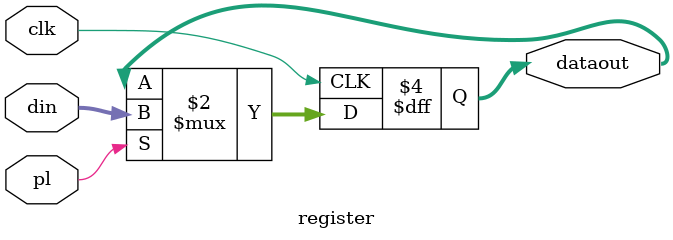
<source format=sv>
module register(clk,pl,din,dataout);
  input clk,pl;
  input [7:0] din;
  output reg [7:0] dataout;
    
    always @(posedge clk)
      if(pl)
        dataout <= din;
          
endmodule
</source>
